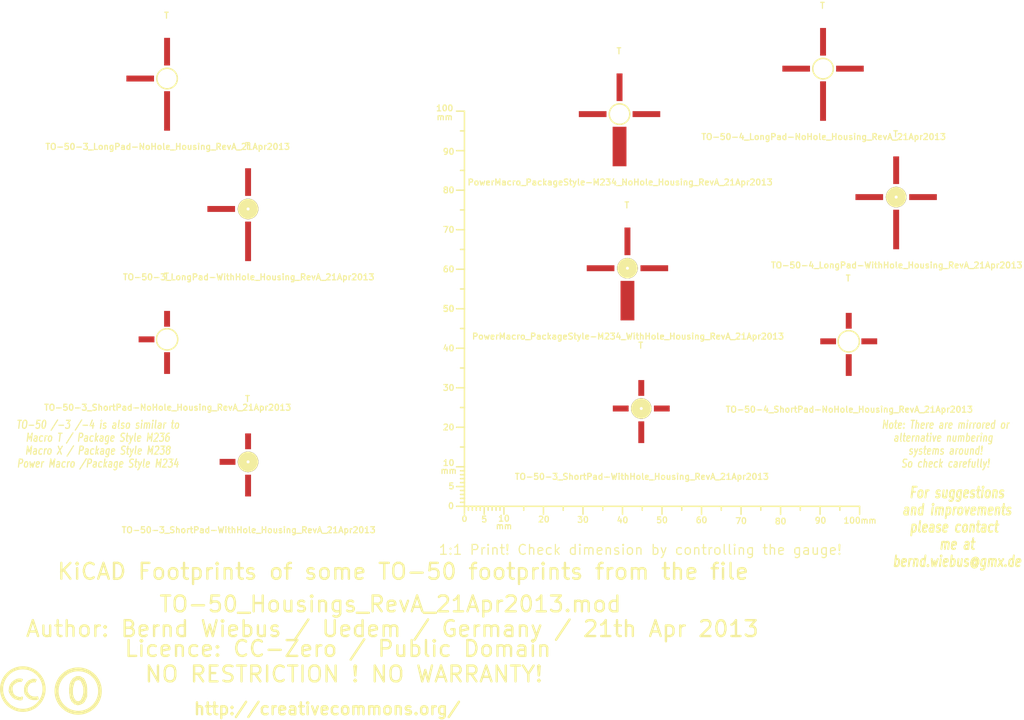
<source format=kicad_pcb>
(kicad_pcb (version 3) (host pcbnew "(2013-03-30 BZR 4007)-stable")

  (general
    (links 0)
    (no_connects 0)
    (area -16.90696 40.805099 274.02378 197.1694)
    (thickness 1.6002)
    (drawings 9)
    (tracks 0)
    (zones 0)
    (modules 13)
    (nets 1)
  )

  (page A4)
  (layers
    (15 Vorderseite signal)
    (0 Rückseite signal)
    (16 B.Adhes user)
    (17 F.Adhes user)
    (18 B.Paste user)
    (19 F.Paste user)
    (20 B.SilkS user)
    (21 F.SilkS user)
    (22 B.Mask user)
    (23 F.Mask user)
    (24 Dwgs.User user)
    (25 Cmts.User user)
    (26 Eco1.User user)
    (27 Eco2.User user)
    (28 Edge.Cuts user)
  )

  (setup
    (last_trace_width 0.2032)
    (trace_clearance 0.254)
    (zone_clearance 0.508)
    (zone_45_only no)
    (trace_min 0.2032)
    (segment_width 0.381)
    (edge_width 0.381)
    (via_size 0.889)
    (via_drill 0.635)
    (via_min_size 0.889)
    (via_min_drill 0.508)
    (uvia_size 0.508)
    (uvia_drill 0.127)
    (uvias_allowed no)
    (uvia_min_size 0.508)
    (uvia_min_drill 0.127)
    (pcb_text_width 0.3048)
    (pcb_text_size 1.524 2.032)
    (mod_edge_width 0.381)
    (mod_text_size 1.524 1.524)
    (mod_text_width 0.3048)
    (pad_size 3.5 10)
    (pad_drill 0)
    (pad_to_mask_clearance 0.254)
    (aux_axis_origin 0 0)
    (visible_elements 7FFFFFFF)
    (pcbplotparams
      (layerselection 3178497)
      (usegerberextensions true)
      (excludeedgelayer true)
      (linewidth 60)
      (plotframeref false)
      (viasonmask false)
      (mode 1)
      (useauxorigin false)
      (hpglpennumber 1)
      (hpglpenspeed 20)
      (hpglpendiameter 15)
      (hpglpenoverlay 0)
      (psnegative false)
      (psa4output false)
      (plotreference true)
      (plotvalue true)
      (plotothertext true)
      (plotinvisibletext false)
      (padsonsilk false)
      (subtractmaskfromsilk false)
      (outputformat 1)
      (mirror false)
      (drillshape 1)
      (scaleselection 1)
      (outputdirectory ""))
  )

  (net 0 "")

  (net_class Default "Dies ist die voreingestellte Netzklasse."
    (clearance 0.254)
    (trace_width 0.2032)
    (via_dia 0.889)
    (via_drill 0.635)
    (uvia_dia 0.508)
    (uvia_drill 0.127)
    (add_net "")
  )

  (module Gauge_100mm_Type2_SilkScreenTop_RevA_Date22Jun2010 (layer Vorderseite) (tedit 4D963937) (tstamp 4D88F07A)
    (at 132.75056 141.2494)
    (descr "Gauge, Massstab, 100mm, SilkScreenTop, Type 2,")
    (tags "Gauge, Massstab, 100mm, SilkScreenTop, Type 2,")
    (path Gauge_100mm_Type2_SilkScreenTop_RevA_Date22Jun2010)
    (fp_text reference MSC (at 4.0005 8.99922) (layer F.SilkS) hide
      (effects (font (size 1.524 1.524) (thickness 0.3048)))
    )
    (fp_text value Gauge_100mm_Type2_SilkScreenTop_RevA_Date22Jun2010 (at 45.9994 8.99922) (layer F.SilkS) hide
      (effects (font (size 1.524 1.524) (thickness 0.3048)))
    )
    (fp_text user mm (at 9.99998 5.00126) (layer F.SilkS)
      (effects (font (size 1.524 1.524) (thickness 0.3048)))
    )
    (fp_text user mm (at -4.0005 -8.99922) (layer F.SilkS)
      (effects (font (size 1.524 1.524) (thickness 0.3048)))
    )
    (fp_text user mm (at -5.00126 -98.5012) (layer F.SilkS)
      (effects (font (size 1.524 1.524) (thickness 0.3048)))
    )
    (fp_text user 10 (at 10.00506 3.0988) (layer F.SilkS)
      (effects (font (size 1.50114 1.50114) (thickness 0.29972)))
    )
    (fp_text user 0 (at 0.00508 3.19786) (layer F.SilkS)
      (effects (font (size 1.39954 1.50114) (thickness 0.29972)))
    )
    (fp_text user 5 (at 5.0038 3.29946) (layer F.SilkS)
      (effects (font (size 1.50114 1.50114) (thickness 0.29972)))
    )
    (fp_text user 20 (at 20.1041 3.29946) (layer F.SilkS)
      (effects (font (size 1.50114 1.50114) (thickness 0.29972)))
    )
    (fp_text user 30 (at 30.00502 3.39852) (layer F.SilkS)
      (effects (font (size 1.50114 1.50114) (thickness 0.29972)))
    )
    (fp_text user 40 (at 40.005 3.50012) (layer F.SilkS)
      (effects (font (size 1.50114 1.50114) (thickness 0.29972)))
    )
    (fp_text user 50 (at 50.00498 3.50012) (layer F.SilkS)
      (effects (font (size 1.50114 1.50114) (thickness 0.29972)))
    )
    (fp_text user 60 (at 60.00496 3.50012) (layer F.SilkS)
      (effects (font (size 1.50114 1.50114) (thickness 0.29972)))
    )
    (fp_text user 70 (at 70.00494 3.70078) (layer F.SilkS)
      (effects (font (size 1.50114 1.50114) (thickness 0.29972)))
    )
    (fp_text user 80 (at 80.00492 3.79984) (layer F.SilkS)
      (effects (font (size 1.50114 1.50114) (thickness 0.29972)))
    )
    (fp_text user 90 (at 90.1065 3.60172) (layer F.SilkS)
      (effects (font (size 1.50114 1.50114) (thickness 0.29972)))
    )
    (fp_text user 100mm (at 100.10648 3.60172) (layer F.SilkS)
      (effects (font (size 1.50114 1.50114) (thickness 0.29972)))
    )
    (fp_line (start 0 -8.99922) (end -1.00076 -8.99922) (layer F.SilkS) (width 0.381))
    (fp_line (start 0 -8.001) (end -1.00076 -8.001) (layer F.SilkS) (width 0.381))
    (fp_line (start 0 -7.00024) (end -1.00076 -7.00024) (layer F.SilkS) (width 0.381))
    (fp_line (start 0 -5.99948) (end -1.00076 -5.99948) (layer F.SilkS) (width 0.381))
    (fp_line (start 0 -4.0005) (end -1.00076 -4.0005) (layer F.SilkS) (width 0.381))
    (fp_line (start 0 -2.99974) (end -1.00076 -2.99974) (layer F.SilkS) (width 0.381))
    (fp_line (start 0 -1.99898) (end -1.00076 -1.99898) (layer F.SilkS) (width 0.381))
    (fp_line (start 0 -1.00076) (end -1.00076 -1.00076) (layer F.SilkS) (width 0.381))
    (fp_line (start 0 0) (end -1.99898 0) (layer F.SilkS) (width 0.381))
    (fp_line (start 0 -5.00126) (end -1.99898 -5.00126) (layer F.SilkS) (width 0.381))
    (fp_line (start 0 -9.99998) (end -1.99898 -9.99998) (layer F.SilkS) (width 0.381))
    (fp_line (start 0 -15.00124) (end -1.00076 -15.00124) (layer F.SilkS) (width 0.381))
    (fp_line (start 0 -19.99996) (end -1.99898 -19.99996) (layer F.SilkS) (width 0.381))
    (fp_line (start 0 -25.00122) (end -1.00076 -25.00122) (layer F.SilkS) (width 0.381))
    (fp_line (start 0 -29.99994) (end -1.99898 -29.99994) (layer F.SilkS) (width 0.381))
    (fp_line (start 0 -35.0012) (end -1.00076 -35.0012) (layer F.SilkS) (width 0.381))
    (fp_line (start 0 -39.99992) (end -1.99898 -39.99992) (layer F.SilkS) (width 0.381))
    (fp_line (start 0 -45.00118) (end -1.00076 -45.00118) (layer F.SilkS) (width 0.381))
    (fp_line (start 0 -49.9999) (end -1.99898 -49.9999) (layer F.SilkS) (width 0.381))
    (fp_line (start 0 -55.00116) (end -1.00076 -55.00116) (layer F.SilkS) (width 0.381))
    (fp_line (start 0 -59.99988) (end -1.99898 -59.99988) (layer F.SilkS) (width 0.381))
    (fp_line (start 0 -65.00114) (end -1.00076 -65.00114) (layer F.SilkS) (width 0.381))
    (fp_line (start 0 -69.99986) (end -1.99898 -69.99986) (layer F.SilkS) (width 0.381))
    (fp_line (start 0 -75.00112) (end -1.00076 -75.00112) (layer F.SilkS) (width 0.381))
    (fp_line (start 0 -79.99984) (end -1.99898 -79.99984) (layer F.SilkS) (width 0.381))
    (fp_line (start 0 -85.0011) (end -1.00076 -85.0011) (layer F.SilkS) (width 0.381))
    (fp_line (start 0 -89.99982) (end -1.99898 -89.99982) (layer F.SilkS) (width 0.381))
    (fp_line (start 0 -95.00108) (end -1.00076 -95.00108) (layer F.SilkS) (width 0.381))
    (fp_line (start 0 0) (end 0 -99.9998) (layer F.SilkS) (width 0.381))
    (fp_line (start 0 -99.9998) (end -1.99898 -99.9998) (layer F.SilkS) (width 0.381))
    (fp_text user 100 (at -4.99872 -100.7491) (layer F.SilkS)
      (effects (font (size 1.50114 1.50114) (thickness 0.29972)))
    )
    (fp_text user 90 (at -4.0005 -89.7509) (layer F.SilkS)
      (effects (font (size 1.50114 1.50114) (thickness 0.29972)))
    )
    (fp_text user 80 (at -4.0005 -79.99984) (layer F.SilkS)
      (effects (font (size 1.50114 1.50114) (thickness 0.29972)))
    )
    (fp_text user 70 (at -4.0005 -69.99986) (layer F.SilkS)
      (effects (font (size 1.50114 1.50114) (thickness 0.29972)))
    )
    (fp_text user 60 (at -4.0005 -59.99988) (layer F.SilkS)
      (effects (font (size 1.50114 1.50114) (thickness 0.29972)))
    )
    (fp_text user 50 (at -4.0005 -49.9999) (layer F.SilkS)
      (effects (font (size 1.50114 1.50114) (thickness 0.34036)))
    )
    (fp_text user 40 (at -4.0005 -39.99992) (layer F.SilkS)
      (effects (font (size 1.50114 1.50114) (thickness 0.29972)))
    )
    (fp_text user 30 (at -4.0005 -29.99994) (layer F.SilkS)
      (effects (font (size 1.50114 1.50114) (thickness 0.29972)))
    )
    (fp_text user 20 (at -4.0005 -19.99996) (layer F.SilkS)
      (effects (font (size 1.50114 1.50114) (thickness 0.29972)))
    )
    (fp_line (start 95.00108 0) (end 95.00108 1.00076) (layer F.SilkS) (width 0.381))
    (fp_line (start 89.99982 0) (end 89.99982 1.99898) (layer F.SilkS) (width 0.381))
    (fp_line (start 85.0011 0) (end 85.0011 1.00076) (layer F.SilkS) (width 0.381))
    (fp_line (start 79.99984 0) (end 79.99984 1.99898) (layer F.SilkS) (width 0.381))
    (fp_line (start 75.00112 0) (end 75.00112 1.00076) (layer F.SilkS) (width 0.381))
    (fp_line (start 69.99986 0) (end 69.99986 1.99898) (layer F.SilkS) (width 0.381))
    (fp_line (start 65.00114 0) (end 65.00114 1.00076) (layer F.SilkS) (width 0.381))
    (fp_line (start 59.99988 0) (end 59.99988 1.99898) (layer F.SilkS) (width 0.381))
    (fp_line (start 55.00116 0) (end 55.00116 1.00076) (layer F.SilkS) (width 0.381))
    (fp_line (start 49.9999 0) (end 49.9999 1.99898) (layer F.SilkS) (width 0.381))
    (fp_line (start 45.00118 0) (end 45.00118 1.00076) (layer F.SilkS) (width 0.381))
    (fp_line (start 39.99992 0) (end 39.99992 1.99898) (layer F.SilkS) (width 0.381))
    (fp_line (start 35.0012 0) (end 35.0012 1.00076) (layer F.SilkS) (width 0.381))
    (fp_line (start 29.99994 0) (end 29.99994 1.99898) (layer F.SilkS) (width 0.381))
    (fp_line (start 25.00122 0) (end 25.00122 1.00076) (layer F.SilkS) (width 0.381))
    (fp_line (start 19.99996 0) (end 19.99996 1.99898) (layer F.SilkS) (width 0.381))
    (fp_line (start 15.00124 0) (end 15.00124 1.00076) (layer F.SilkS) (width 0.381))
    (fp_line (start 9.99998 0) (end 99.9998 0) (layer F.SilkS) (width 0.381))
    (fp_line (start 99.9998 0) (end 99.9998 1.99898) (layer F.SilkS) (width 0.381))
    (fp_text user 5 (at -3.302 -5.10286) (layer F.SilkS)
      (effects (font (size 1.50114 1.50114) (thickness 0.29972)))
    )
    (fp_text user 0 (at -3.4036 -0.10414) (layer F.SilkS)
      (effects (font (size 1.50114 1.50114) (thickness 0.29972)))
    )
    (fp_text user 10 (at -4.0005 -11.00074) (layer F.SilkS)
      (effects (font (size 1.50114 1.50114) (thickness 0.29972)))
    )
    (fp_line (start 8.99922 0) (end 8.99922 1.00076) (layer F.SilkS) (width 0.381))
    (fp_line (start 8.001 0) (end 8.001 1.00076) (layer F.SilkS) (width 0.381))
    (fp_line (start 7.00024 0) (end 7.00024 1.00076) (layer F.SilkS) (width 0.381))
    (fp_line (start 5.99948 0) (end 5.99948 1.00076) (layer F.SilkS) (width 0.381))
    (fp_line (start 4.0005 0) (end 4.0005 1.00076) (layer F.SilkS) (width 0.381))
    (fp_line (start 2.99974 0) (end 2.99974 1.00076) (layer F.SilkS) (width 0.381))
    (fp_line (start 1.99898 0) (end 1.99898 1.00076) (layer F.SilkS) (width 0.381))
    (fp_line (start 1.00076 0) (end 1.00076 1.00076) (layer F.SilkS) (width 0.381))
    (fp_line (start 5.00126 0) (end 5.00126 1.99898) (layer F.SilkS) (width 0.381))
    (fp_line (start 0 0) (end 0 1.99898) (layer F.SilkS) (width 0.381))
    (fp_line (start 0 0) (end 9.99998 0) (layer F.SilkS) (width 0.381))
    (fp_line (start 9.99998 0) (end 9.99998 1.99898) (layer F.SilkS) (width 0.381))
  )

  (module Symbol_CC-PublicDomain_SilkScreenTop_Big (layer Vorderseite) (tedit 515D641F) (tstamp 515F0B64)
    (at 35 188)
    (descr "Symbol, CC-PublicDomain, SilkScreen Top, Big,")
    (tags "Symbol, CC-PublicDomain, SilkScreen Top, Big,")
    (path Symbol_CC-Noncommercial_CopperTop_Big)
    (fp_text reference Sym (at 0.59944 -7.29996) (layer F.SilkS) hide
      (effects (font (size 1.524 1.524) (thickness 0.3048)))
    )
    (fp_text value Symbol_CC-PublicDomain_SilkScreenTop_Big (at 0.59944 8.001) (layer F.SilkS) hide
      (effects (font (size 1.524 1.524) (thickness 0.3048)))
    )
    (fp_circle (center 0 0) (end 5.8 -0.05) (layer F.SilkS) (width 0.381))
    (fp_circle (center 0 0) (end 5.5 0) (layer F.SilkS) (width 0.381))
    (fp_circle (center 0.05 0) (end 5.25 0) (layer F.SilkS) (width 0.381))
    (fp_line (start 1.1 -2.5) (end 1.4 -1.9) (layer F.SilkS) (width 0.381))
    (fp_line (start -1.8 1.2) (end -1.6 1.9) (layer F.SilkS) (width 0.381))
    (fp_line (start -1.6 1.9) (end -1.2 2.5) (layer F.SilkS) (width 0.381))
    (fp_line (start 0 -3) (end 0.75 -2.75) (layer F.SilkS) (width 0.381))
    (fp_line (start 0.75 -2.75) (end 1 -2.25) (layer F.SilkS) (width 0.381))
    (fp_line (start 1 -2.25) (end 1.5 -1) (layer F.SilkS) (width 0.381))
    (fp_line (start 1.5 -1) (end 1.5 -0.5) (layer F.SilkS) (width 0.381))
    (fp_line (start 1.5 -0.5) (end 1.5 0.5) (layer F.SilkS) (width 0.381))
    (fp_line (start 1.5 0.5) (end 1.25 1.5) (layer F.SilkS) (width 0.381))
    (fp_line (start 1.25 1.5) (end 0.75 2.5) (layer F.SilkS) (width 0.381))
    (fp_line (start 0.75 2.5) (end 0.25 2.75) (layer F.SilkS) (width 0.381))
    (fp_line (start 0.25 2.75) (end -0.25 2.75) (layer F.SilkS) (width 0.381))
    (fp_line (start -0.25 2.75) (end -0.75 2.5) (layer F.SilkS) (width 0.381))
    (fp_line (start -0.75 2.5) (end -1.25 1.75) (layer F.SilkS) (width 0.381))
    (fp_line (start -1.25 1.75) (end -1.5 0.75) (layer F.SilkS) (width 0.381))
    (fp_line (start -1.5 0.75) (end -1.5 -0.75) (layer F.SilkS) (width 0.381))
    (fp_line (start -1.5 -0.75) (end -1.25 -1.75) (layer F.SilkS) (width 0.381))
    (fp_line (start -1.25 -1.75) (end -1 -2.5) (layer F.SilkS) (width 0.381))
    (fp_line (start -1 -2.5) (end -0.3 -2.9) (layer F.SilkS) (width 0.381))
    (fp_line (start -0.3 -2.9) (end 0.2 -3) (layer F.SilkS) (width 0.381))
    (fp_line (start 0.2 -3) (end 0.8 -3) (layer F.SilkS) (width 0.381))
    (fp_line (start 0.8 -3) (end 1.4 -2.3) (layer F.SilkS) (width 0.381))
    (fp_line (start 1.4 -2.3) (end 1.6 -1.4) (layer F.SilkS) (width 0.381))
    (fp_line (start 1.6 -1.4) (end 1.7 -0.3) (layer F.SilkS) (width 0.381))
    (fp_line (start 1.7 -0.3) (end 1.7 0.9) (layer F.SilkS) (width 0.381))
    (fp_line (start 1.7 0.9) (end 1.4 1.8) (layer F.SilkS) (width 0.381))
    (fp_line (start 1.4 1.8) (end 1 2.7) (layer F.SilkS) (width 0.381))
    (fp_line (start 1 2.7) (end 0.5 3) (layer F.SilkS) (width 0.381))
    (fp_line (start 0.5 3) (end -0.4 3) (layer F.SilkS) (width 0.381))
    (fp_line (start -0.4 3) (end -1.3 2.3) (layer F.SilkS) (width 0.381))
    (fp_line (start -1.3 2.3) (end -1.7 1) (layer F.SilkS) (width 0.381))
    (fp_line (start -1.7 1) (end -1.8 -0.7) (layer F.SilkS) (width 0.381))
    (fp_line (start -1.8 -0.7) (end -1.4 -2.2) (layer F.SilkS) (width 0.381))
    (fp_line (start -1.4 -2.2) (end -1 -2.9) (layer F.SilkS) (width 0.381))
    (fp_line (start -1 -2.9) (end -0.2 -3.3) (layer F.SilkS) (width 0.381))
    (fp_line (start -0.2 -3.3) (end 0.7 -3.2) (layer F.SilkS) (width 0.381))
    (fp_line (start 0.7 -3.2) (end 1.3 -3.1) (layer F.SilkS) (width 0.381))
    (fp_line (start 1.3 -3.1) (end 1.7 -2.4) (layer F.SilkS) (width 0.381))
    (fp_line (start 1.7 -2.4) (end 2 -1.6) (layer F.SilkS) (width 0.381))
    (fp_line (start 2 -1.6) (end 2.1 -0.6) (layer F.SilkS) (width 0.381))
    (fp_line (start 2.1 -0.6) (end 2.1 0.3) (layer F.SilkS) (width 0.381))
    (fp_line (start 2.1 0.3) (end 2.1 1.3) (layer F.SilkS) (width 0.381))
    (fp_line (start 2.1 1.3) (end 1.9 1.8) (layer F.SilkS) (width 0.381))
    (fp_line (start 1.9 1.8) (end 1.5 2.6) (layer F.SilkS) (width 0.381))
    (fp_line (start 1.5 2.6) (end 1.1 3) (layer F.SilkS) (width 0.381))
    (fp_line (start 1.1 3) (end 0.4 3.3) (layer F.SilkS) (width 0.381))
    (fp_line (start 0.4 3.3) (end -0.1 3.4) (layer F.SilkS) (width 0.381))
    (fp_line (start -0.1 3.4) (end -0.8 3.2) (layer F.SilkS) (width 0.381))
    (fp_line (start -0.8 3.2) (end -1.5 2.6) (layer F.SilkS) (width 0.381))
    (fp_line (start -1.5 2.6) (end -1.9 1.7) (layer F.SilkS) (width 0.381))
    (fp_line (start -1.9 1.7) (end -2.1 0.4) (layer F.SilkS) (width 0.381))
    (fp_line (start -2.1 0.4) (end -2.1 -0.6) (layer F.SilkS) (width 0.381))
    (fp_line (start -2.1 -0.6) (end -2 -1.6) (layer F.SilkS) (width 0.381))
    (fp_line (start -2 -1.6) (end -1.7 -2.4) (layer F.SilkS) (width 0.381))
    (fp_line (start -1.7 -2.4) (end -1.2 -3.1) (layer F.SilkS) (width 0.381))
    (fp_line (start -1.2 -3.1) (end -0.4 -3.6) (layer F.SilkS) (width 0.381))
    (fp_line (start -0.4 -3.6) (end 0.4 -3.6) (layer F.SilkS) (width 0.381))
    (fp_line (start 0.4 -3.6) (end 1.1 -3.2) (layer F.SilkS) (width 0.381))
    (fp_line (start 1.1 -3.2) (end 1.1 -2.9) (layer F.SilkS) (width 0.381))
    (fp_line (start 1.1 -2.9) (end 1.8 -1.5) (layer F.SilkS) (width 0.381))
    (fp_line (start 1.8 -1.5) (end 1.8 -0.4) (layer F.SilkS) (width 0.381))
    (fp_line (start 1.8 -0.4) (end 1.8 1.1) (layer F.SilkS) (width 0.381))
    (fp_line (start 1.8 1.1) (end 1.2 2.6) (layer F.SilkS) (width 0.381))
    (fp_line (start 1.2 2.6) (end 0.2 3.2) (layer F.SilkS) (width 0.381))
    (fp_line (start 0.2 3.2) (end -0.5 3.2) (layer F.SilkS) (width 0.381))
    (fp_line (start -0.5 3.2) (end -1.1 2.7) (layer F.SilkS) (width 0.381))
    (fp_line (start -1.1 2.7) (end -1.9 0.6) (layer F.SilkS) (width 0.381))
    (fp_line (start -1.9 0.6) (end -1.7 -1.9) (layer F.SilkS) (width 0.381))
  )

  (module Symbol_CreativeCommons_SilkScreenTop_Type2_Big (layer Vorderseite) (tedit 515D640C) (tstamp 515F46B2)
    (at 21 187.5)
    (descr "Symbol, Creative Commons, SilkScreen Top, Type 2, Big,")
    (tags "Symbol, Creative Commons, SilkScreen Top, Type 2, Big,")
    (path Symbol_CreativeCommons_CopperTop_Type2_Big)
    (fp_text reference Sym (at 0.59944 -7.29996) (layer F.SilkS) hide
      (effects (font (size 1.524 1.524) (thickness 0.3048)))
    )
    (fp_text value Symbol_CreativeCommons_Typ2_SilkScreenTop_Big (at 0.59944 8.001) (layer F.SilkS) hide
      (effects (font (size 1.524 1.524) (thickness 0.3048)))
    )
    (fp_line (start -0.70104 2.70002) (end -0.29972 2.60096) (layer F.SilkS) (width 0.381))
    (fp_line (start -0.29972 2.60096) (end -0.20066 2.10058) (layer F.SilkS) (width 0.381))
    (fp_line (start -2.49936 -1.69926) (end -2.70002 -1.6002) (layer F.SilkS) (width 0.381))
    (fp_line (start -2.70002 -1.6002) (end -3.0988 -1.00076) (layer F.SilkS) (width 0.381))
    (fp_line (start -3.0988 -1.00076) (end -3.29946 -0.50038) (layer F.SilkS) (width 0.381))
    (fp_line (start -3.29946 -0.50038) (end -3.40106 0.39878) (layer F.SilkS) (width 0.381))
    (fp_line (start -3.40106 0.39878) (end -3.29946 0.89916) (layer F.SilkS) (width 0.381))
    (fp_line (start -0.19812 2.4003) (end -0.29718 2.59842) (layer F.SilkS) (width 0.381))
    (fp_line (start 3.70078 2.10058) (end 3.79984 2.4003) (layer F.SilkS) (width 0.381))
    (fp_line (start 2.99974 -2.4003) (end 3.29946 -2.30124) (layer F.SilkS) (width 0.381))
    (fp_line (start 3.29946 -2.30124) (end 3.0988 -1.99898) (layer F.SilkS) (width 0.381))
    (fp_line (start 0 -5.40004) (end -0.50038 -5.40004) (layer F.SilkS) (width 0.381))
    (fp_line (start -0.50038 -5.40004) (end -1.30048 -5.10032) (layer F.SilkS) (width 0.381))
    (fp_line (start -1.30048 -5.10032) (end -1.99898 -4.89966) (layer F.SilkS) (width 0.381))
    (fp_line (start -1.99898 -4.89966) (end -2.70002 -4.699) (layer F.SilkS) (width 0.381))
    (fp_line (start -2.70002 -4.699) (end -3.29946 -4.20116) (layer F.SilkS) (width 0.381))
    (fp_line (start -3.29946 -4.20116) (end -4.0005 -3.59918) (layer F.SilkS) (width 0.381))
    (fp_line (start -4.0005 -3.59918) (end -4.50088 -2.99974) (layer F.SilkS) (width 0.381))
    (fp_line (start -4.50088 -2.99974) (end -5.00126 -2.10058) (layer F.SilkS) (width 0.381))
    (fp_line (start -5.00126 -2.10058) (end -5.30098 -1.09982) (layer F.SilkS) (width 0.381))
    (fp_line (start -5.30098 -1.09982) (end -5.40004 0.09906) (layer F.SilkS) (width 0.381))
    (fp_line (start -5.40004 0.09906) (end -5.19938 1.30048) (layer F.SilkS) (width 0.381))
    (fp_line (start -5.19938 1.30048) (end -4.8006 2.4003) (layer F.SilkS) (width 0.381))
    (fp_line (start -4.8006 2.4003) (end -3.79984 3.8989) (layer F.SilkS) (width 0.381))
    (fp_line (start -3.79984 3.8989) (end -2.60096 4.8006) (layer F.SilkS) (width 0.381))
    (fp_line (start -2.60096 4.8006) (end -1.30048 5.30098) (layer F.SilkS) (width 0.381))
    (fp_line (start -1.30048 5.30098) (end 0.09906 5.30098) (layer F.SilkS) (width 0.381))
    (fp_line (start 0.09906 5.30098) (end 1.6002 5.19938) (layer F.SilkS) (width 0.381))
    (fp_line (start 1.6002 5.19938) (end 2.60096 4.699) (layer F.SilkS) (width 0.381))
    (fp_line (start 2.60096 4.699) (end 4.20116 3.40106) (layer F.SilkS) (width 0.381))
    (fp_line (start 4.20116 3.40106) (end 5.00126 1.80086) (layer F.SilkS) (width 0.381))
    (fp_line (start 5.00126 1.80086) (end 5.40004 0.29972) (layer F.SilkS) (width 0.381))
    (fp_line (start 5.40004 0.29972) (end 5.19938 -1.39954) (layer F.SilkS) (width 0.381))
    (fp_line (start 5.19938 -1.39954) (end 4.699 -2.49936) (layer F.SilkS) (width 0.381))
    (fp_line (start 4.699 -2.49936) (end 3.40106 -4.09956) (layer F.SilkS) (width 0.381))
    (fp_line (start 3.40106 -4.09956) (end 2.4003 -4.8006) (layer F.SilkS) (width 0.381))
    (fp_line (start 2.4003 -4.8006) (end 1.39954 -5.19938) (layer F.SilkS) (width 0.381))
    (fp_line (start 1.39954 -5.19938) (end 0 -5.30098) (layer F.SilkS) (width 0.381))
    (fp_line (start 0.60198 -0.70104) (end 0.50292 -0.20066) (layer F.SilkS) (width 0.381))
    (fp_line (start 0.50292 -0.20066) (end 0.50292 0.49784) (layer F.SilkS) (width 0.381))
    (fp_line (start 0.50292 0.49784) (end 0.60198 1.09982) (layer F.SilkS) (width 0.381))
    (fp_line (start 0.60198 1.09982) (end 1.00076 1.69926) (layer F.SilkS) (width 0.381))
    (fp_line (start 1.00076 1.69926) (end 1.50114 2.19964) (layer F.SilkS) (width 0.381))
    (fp_line (start 1.50114 2.19964) (end 2.10058 2.49936) (layer F.SilkS) (width 0.381))
    (fp_line (start 2.10058 2.49936) (end 2.60096 2.59842) (layer F.SilkS) (width 0.381))
    (fp_line (start 2.60096 2.59842) (end 3.00228 2.59842) (layer F.SilkS) (width 0.381))
    (fp_line (start 3.00228 2.59842) (end 3.40106 2.59842) (layer F.SilkS) (width 0.381))
    (fp_line (start 3.40106 2.59842) (end 3.80238 2.49936) (layer F.SilkS) (width 0.381))
    (fp_line (start 3.80238 2.49936) (end 3.70078 2.2987) (layer F.SilkS) (width 0.381))
    (fp_line (start 3.70078 2.2987) (end 2.80162 2.4003) (layer F.SilkS) (width 0.381))
    (fp_line (start 2.80162 2.4003) (end 1.80086 2.09804) (layer F.SilkS) (width 0.381))
    (fp_line (start 1.80086 2.09804) (end 1.20142 1.6002) (layer F.SilkS) (width 0.381))
    (fp_line (start 1.20142 1.6002) (end 0.80264 0.6985) (layer F.SilkS) (width 0.381))
    (fp_line (start 0.80264 0.6985) (end 0.70104 -0.29972) (layer F.SilkS) (width 0.381))
    (fp_line (start 0.70104 -0.29972) (end 1.00076 -1.00076) (layer F.SilkS) (width 0.381))
    (fp_line (start 1.00076 -1.00076) (end 1.60274 -1.7018) (layer F.SilkS) (width 0.381))
    (fp_line (start 1.60274 -1.7018) (end 2.30124 -2.10058) (layer F.SilkS) (width 0.381))
    (fp_line (start 2.30124 -2.10058) (end 3.00228 -2.10058) (layer F.SilkS) (width 0.381))
    (fp_line (start 3.00228 -2.10058) (end 3.10134 -1.89992) (layer F.SilkS) (width 0.381))
    (fp_line (start 3.10134 -1.89992) (end 2.5019 -1.89992) (layer F.SilkS) (width 0.381))
    (fp_line (start 2.5019 -1.89992) (end 1.80086 -1.6002) (layer F.SilkS) (width 0.381))
    (fp_line (start 1.80086 -1.6002) (end 1.30048 -1.00076) (layer F.SilkS) (width 0.381))
    (fp_line (start 1.30048 -1.00076) (end 1.00076 -0.40132) (layer F.SilkS) (width 0.381))
    (fp_line (start 1.00076 -0.40132) (end 1.00076 0.09906) (layer F.SilkS) (width 0.381))
    (fp_line (start 1.00076 0.09906) (end 1.00076 0.6985) (layer F.SilkS) (width 0.381))
    (fp_line (start 1.00076 0.6985) (end 1.30048 1.19888) (layer F.SilkS) (width 0.381))
    (fp_line (start 1.30048 1.19888) (end 1.7018 1.69926) (layer F.SilkS) (width 0.381))
    (fp_line (start 1.7018 1.69926) (end 2.30124 1.99898) (layer F.SilkS) (width 0.381))
    (fp_line (start 2.30124 1.99898) (end 2.90068 2.09804) (layer F.SilkS) (width 0.381))
    (fp_line (start 2.90068 2.09804) (end 3.40106 2.09804) (layer F.SilkS) (width 0.381))
    (fp_line (start 3.40106 2.09804) (end 3.70078 1.99898) (layer F.SilkS) (width 0.381))
    (fp_line (start 3.00228 -2.4003) (end 2.40284 -2.4003) (layer F.SilkS) (width 0.381))
    (fp_line (start 2.40284 -2.4003) (end 2.00152 -2.20218) (layer F.SilkS) (width 0.381))
    (fp_line (start 2.00152 -2.20218) (end 1.50114 -2.00152) (layer F.SilkS) (width 0.381))
    (fp_line (start 1.50114 -2.00152) (end 1.10236 -1.6002) (layer F.SilkS) (width 0.381))
    (fp_line (start 1.10236 -1.6002) (end 0.80264 -1.09982) (layer F.SilkS) (width 0.381))
    (fp_line (start 0.80264 -1.09982) (end 0.60198 -0.70104) (layer F.SilkS) (width 0.381))
    (fp_line (start -0.39878 -1.99898) (end -0.89916 -1.99898) (layer F.SilkS) (width 0.381))
    (fp_line (start -0.89916 -1.99898) (end -1.39954 -1.89738) (layer F.SilkS) (width 0.381))
    (fp_line (start -1.39954 -1.89738) (end -1.89992 -1.59766) (layer F.SilkS) (width 0.381))
    (fp_line (start -1.89992 -1.59766) (end -2.4003 -1.19888) (layer F.SilkS) (width 0.381))
    (fp_line (start -2.4003 -1.30048) (end -2.70002 -0.8001) (layer F.SilkS) (width 0.381))
    (fp_line (start -2.70002 -0.8001) (end -2.79908 -0.29972) (layer F.SilkS) (width 0.381))
    (fp_line (start -2.79908 -0.29972) (end -2.79908 0.20066) (layer F.SilkS) (width 0.381))
    (fp_line (start -2.79908 0.20066) (end -2.59842 1.00076) (layer F.SilkS) (width 0.381))
    (fp_line (start -2.69748 1.00076) (end -2.39776 1.39954) (layer F.SilkS) (width 0.381))
    (fp_line (start -2.29616 1.4986) (end -1.79578 1.89992) (layer F.SilkS) (width 0.381))
    (fp_line (start -1.79578 1.89992) (end -1.29794 2.09804) (layer F.SilkS) (width 0.381))
    (fp_line (start -1.29794 2.09804) (end -0.89662 2.19964) (layer F.SilkS) (width 0.381))
    (fp_line (start -0.89662 2.19964) (end -0.49784 2.19964) (layer F.SilkS) (width 0.381))
    (fp_line (start -0.49784 2.19964) (end -0.19812 2.09804) (layer F.SilkS) (width 0.381))
    (fp_line (start -0.19812 2.09804) (end -0.29718 2.4003) (layer F.SilkS) (width 0.381))
    (fp_line (start -0.29718 2.4003) (end -0.89662 2.49936) (layer F.SilkS) (width 0.381))
    (fp_line (start -0.89662 2.49936) (end -1.59766 2.2987) (layer F.SilkS) (width 0.381))
    (fp_line (start -1.59766 2.2987) (end -2.29616 1.79832) (layer F.SilkS) (width 0.381))
    (fp_line (start -2.29616 1.79832) (end -2.79654 1.29794) (layer F.SilkS) (width 0.381))
    (fp_line (start -2.79908 1.39954) (end -2.99974 0.70104) (layer F.SilkS) (width 0.381))
    (fp_line (start -2.99974 0.70104) (end -3.0988 0) (layer F.SilkS) (width 0.381))
    (fp_line (start -3.0988 0) (end -2.99974 -0.59944) (layer F.SilkS) (width 0.381))
    (fp_line (start -2.99974 -0.8001) (end -2.70002 -1.30048) (layer F.SilkS) (width 0.381))
    (fp_line (start -2.70002 -1.09982) (end -2.19964 -1.6002) (layer F.SilkS) (width 0.381))
    (fp_line (start -2.19964 -1.69926) (end -1.69926 -1.99898) (layer F.SilkS) (width 0.381))
    (fp_line (start -1.69926 -1.99898) (end -1.19888 -2.19964) (layer F.SilkS) (width 0.381))
    (fp_line (start -1.19888 -2.19964) (end -0.6985 -2.19964) (layer F.SilkS) (width 0.381))
    (fp_line (start -0.6985 -2.19964) (end -0.29972 -2.19964) (layer F.SilkS) (width 0.381))
    (fp_line (start -0.29972 -2.19964) (end -0.20066 -2.39776) (layer F.SilkS) (width 0.381))
    (fp_line (start -0.20066 -2.39776) (end -0.59944 -2.49936) (layer F.SilkS) (width 0.381))
    (fp_line (start -0.59944 -2.49936) (end -1.00076 -2.49936) (layer F.SilkS) (width 0.381))
    (fp_line (start -1.00076 -2.49936) (end -1.4986 -2.39776) (layer F.SilkS) (width 0.381))
    (fp_line (start -1.4986 -2.39776) (end -2.10058 -2.09804) (layer F.SilkS) (width 0.381))
    (fp_line (start -2.10058 -2.09804) (end -2.59842 -1.69926) (layer F.SilkS) (width 0.381))
    (fp_line (start -2.59842 -1.6002) (end -3.0988 -0.89916) (layer F.SilkS) (width 0.381))
    (fp_line (start -3.0988 -0.89916) (end -3.29946 -0.29972) (layer F.SilkS) (width 0.381))
    (fp_line (start -3.29946 -0.29972) (end -3.29946 0.40132) (layer F.SilkS) (width 0.381))
    (fp_line (start -3.29946 0.40132) (end -3.2004 1.00076) (layer F.SilkS) (width 0.381))
    (fp_line (start -3.29946 0.8001) (end -2.99974 1.39954) (layer F.SilkS) (width 0.381))
    (fp_line (start -2.89814 1.4986) (end -2.49682 1.99898) (layer F.SilkS) (width 0.381))
    (fp_line (start -2.49682 1.99898) (end -1.89738 2.4003) (layer F.SilkS) (width 0.381))
    (fp_line (start -1.89738 2.4003) (end -1.19634 2.59842) (layer F.SilkS) (width 0.381))
    (fp_line (start -1.19634 2.59842) (end -0.69596 2.70002) (layer F.SilkS) (width 0.381))
    (fp_line (start -2.9972 1.19888) (end -2.59842 1.19888) (layer F.SilkS) (width 0.381))
    (fp_circle (center 0 0) (end 5.08 1.016) (layer F.SilkS) (width 0.381))
    (fp_circle (center 0 0) (end 5.588 0) (layer F.SilkS) (width 0.381))
  )

  (module PowerMacro_PackageStyle-M234_NoHole_Housing_RevA_21Apr2013 (layer Vorderseite) (tedit 517412FD) (tstamp 51741594)
    (at 172 42)
    (tags "TO-50-4, Power Macro, Package Style M234")
    (attr smd)
    (fp_text reference T (at -0.15 -15.95) (layer F.SilkS)
      (effects (font (size 1.524 1.524) (thickness 0.3048)))
    )
    (fp_text value PowerMacro_PackageStyle-M234_NoHole_Housing_RevA_21Apr2013 (at 0.15 17.25) (layer F.SilkS)
      (effects (font (size 1.524 1.524) (thickness 0.3048)))
    )
    (fp_circle (center 0 0) (end 2.6 0) (layer F.SilkS) (width 0.381))
    (pad 1 smd rect (at 0 -6.8) (size 1.5 7)
      (layers Vorderseite F.Paste F.Mask)
    )
    (pad 2 smd rect (at -6.8 0) (size 7 1.5)
      (layers Vorderseite F.Paste F.Mask)
    )
    (pad 3 smd rect (at 0 8.2) (size 3.5 10)
      (layers Vorderseite F.Paste F.Mask)
    )
    (pad 4 smd rect (at 6.8 0) (size 7 1.5)
      (layers Vorderseite F.Paste F.Mask)
    )
  )

  (module PowerMacro_PackageStyle-M234_WithHole_Housing_RevA_21Apr2013 (layer Vorderseite) (tedit 51741314) (tstamp 5174160B)
    (at 174 81)
    (tags "TO-50-4, Power Macro, Package Style M234")
    (attr smd)
    (fp_text reference T (at -0.15 -15.95) (layer F.SilkS)
      (effects (font (size 1.524 1.524) (thickness 0.3048)))
    )
    (fp_text value PowerMacro_PackageStyle-M234_WithHole_Housing_RevA_21Apr2013 (at 0.15 17.25) (layer F.SilkS)
      (effects (font (size 1.524 1.524) (thickness 0.3048)))
    )
    (pad 1 smd rect (at 0 -6.8) (size 1.5 7)
      (layers Vorderseite F.Paste F.Mask)
    )
    (pad 2 smd rect (at -6.8 0) (size 7 1.5)
      (layers Vorderseite F.Paste F.Mask)
    )
    (pad 3 smd rect (at 0 8.2) (size 3.5 10)
      (layers Vorderseite F.Paste F.Mask)
    )
    (pad "" np_thru_hole circle (at 0 0) (size 5.2 5.2)
      (layers *.Cu *.Mask F.SilkS)
    )
    (pad 4 smd rect (at 6.8 0) (size 7 1.5)
      (layers Vorderseite F.Paste F.Mask)
    )
  )

  (module TO-50-3_LongPad-NoHole_Housing_RevA_21Apr2013 (layer Vorderseite) (tedit 517412D7) (tstamp 51741676)
    (at 57.5 33)
    (tags "TO-50-3, Macro T, Package Style M236")
    (attr smd)
    (fp_text reference T (at -0.15 -15.95) (layer F.SilkS)
      (effects (font (size 1.524 1.524) (thickness 0.3048)))
    )
    (fp_text value TO-50-3_LongPad-NoHole_Housing_RevA_21Apr2013 (at 0.15 17.25) (layer F.SilkS)
      (effects (font (size 1.524 1.524) (thickness 0.3048)))
    )
    (fp_circle (center 0 0) (end 2.6 0) (layer F.SilkS) (width 0.381))
    (pad 1 smd rect (at 0 -6.8) (size 1.5 7)
      (layers Vorderseite F.Paste F.Mask)
    )
    (pad 2 smd rect (at -6.8 0) (size 7 1.5)
      (layers Vorderseite F.Paste F.Mask)
    )
    (pad 3 smd rect (at 0 8.2) (size 1.5 10)
      (layers Vorderseite F.Paste F.Mask)
    )
  )

  (module TO-50-3_LongPad-WithHole_Housing_RevA_21Apr2013 (layer Vorderseite) (tedit 517412E4) (tstamp 517416E7)
    (at 78 66)
    (tags "TO-50-3, Macro T, Package Style M236")
    (attr smd)
    (fp_text reference T (at -0.15 -15.95) (layer F.SilkS)
      (effects (font (size 1.524 1.524) (thickness 0.3048)))
    )
    (fp_text value TO-50-3_LongPad-WithHole_Housing_RevA_21Apr2013 (at 0.15 17.25) (layer F.SilkS)
      (effects (font (size 1.524 1.524) (thickness 0.3048)))
    )
    (pad 1 smd rect (at 0 -6.8) (size 1.5 7)
      (layers Vorderseite F.Paste F.Mask)
    )
    (pad 2 smd rect (at -6.8 0) (size 7 1.5)
      (layers Vorderseite F.Paste F.Mask)
    )
    (pad 3 smd rect (at 0 8.2) (size 1.5 10)
      (layers Vorderseite F.Paste F.Mask)
    )
    (pad "" np_thru_hole circle (at 0 0) (size 5.2 5.2)
      (layers *.Cu *.Mask F.SilkS)
    )
  )

  (module TO-50-3_ShortPad-NoHole_Housing_RevA_21Apr2013 (layer Vorderseite) (tedit 517412EB) (tstamp 51741750)
    (at 57.5 99)
    (tags "TO-50-3, Macro T, Package Style M236")
    (attr smd)
    (fp_text reference T (at -0.15 -15.95) (layer F.SilkS)
      (effects (font (size 1.524 1.524) (thickness 0.3048)))
    )
    (fp_text value TO-50-3_ShortPad-NoHole_Housing_RevA_21Apr2013 (at 0.15 17.25) (layer F.SilkS)
      (effects (font (size 1.524 1.524) (thickness 0.3048)))
    )
    (fp_circle (center 0 0) (end 2.7 0) (layer F.SilkS) (width 0.381))
    (pad 1 smd rect (at 0 -5.2) (size 1.5 4)
      (layers Vorderseite F.Paste F.Mask)
    )
    (pad 2 smd rect (at -5.2 0) (size 4 1.5)
      (layers Vorderseite F.Paste F.Mask)
    )
    (pad 3 smd rect (at 0 6) (size 1.5 5.5)
      (layers Vorderseite F.Paste F.Mask)
    )
  )

  (module TO-50-3_ShortPad-WithHole_Housing_RevA_21Apr2013 (layer Vorderseite) (tedit 517412F2) (tstamp 517417B9)
    (at 78 130)
    (tags "TO-50-3, Macro T, Package Style M236")
    (attr smd)
    (fp_text reference T (at -0.15 -15.95) (layer F.SilkS)
      (effects (font (size 1.524 1.524) (thickness 0.3048)))
    )
    (fp_text value TO-50-3_ShortPad-WithHole_Housing_RevA_21Apr2013 (at 0.15 17.25) (layer F.SilkS)
      (effects (font (size 1.524 1.524) (thickness 0.3048)))
    )
    (pad 1 smd rect (at 0 -5.2) (size 1.5 4)
      (layers Vorderseite F.Paste F.Mask)
    )
    (pad 2 smd rect (at -5.2 0) (size 4 1.5)
      (layers Vorderseite F.Paste F.Mask)
    )
    (pad 3 smd rect (at 0 6) (size 1.5 5.5)
      (layers Vorderseite F.Paste F.Mask)
    )
    (pad "" np_thru_hole circle (at 0 0) (size 5.2 5.2)
      (layers *.Cu *.Mask F.SilkS)
    )
  )

  (module TO-50-4_LongPad-NoHole_Housing_RevA_21Apr2013 (layer Vorderseite) (tedit 51741306) (tstamp 51741824)
    (at 223.5 30.5)
    (tags "TO-50-4, Macro X, Package Style M238")
    (attr smd)
    (fp_text reference T (at -0.15 -15.95) (layer F.SilkS)
      (effects (font (size 1.524 1.524) (thickness 0.3048)))
    )
    (fp_text value TO-50-4_LongPad-NoHole_Housing_RevA_21Apr2013 (at 0.15 17.25) (layer F.SilkS)
      (effects (font (size 1.524 1.524) (thickness 0.3048)))
    )
    (fp_circle (center 0 0) (end 2.6 0) (layer F.SilkS) (width 0.381))
    (pad 1 smd rect (at 0 -6.8) (size 1.5 7)
      (layers Vorderseite F.Paste F.Mask)
    )
    (pad 2 smd rect (at -6.8 0) (size 7 1.5)
      (layers Vorderseite F.Paste F.Mask)
    )
    (pad 3 smd rect (at 0 8.2) (size 1.5 10)
      (layers Vorderseite F.Paste F.Mask)
    )
    (pad 4 smd rect (at 6.8 0) (size 7 1.5)
      (layers Vorderseite F.Paste F.Mask)
    )
  )

  (module TO-50-4_LongPad-WithHole_Housing_RevA_21Apr2013 (layer Vorderseite) (tedit 5174130C) (tstamp 51741891)
    (at 242 63)
    (tags "TO-50-4, Macro X, Package Style M238")
    (attr smd)
    (fp_text reference T (at -0.15 -15.95) (layer F.SilkS)
      (effects (font (size 1.524 1.524) (thickness 0.3048)))
    )
    (fp_text value TO-50-4_LongPad-WithHole_Housing_RevA_21Apr2013 (at 0.15 17.25) (layer F.SilkS)
      (effects (font (size 1.524 1.524) (thickness 0.3048)))
    )
    (pad 1 smd rect (at 0 -6.8) (size 1.5 7)
      (layers Vorderseite F.Paste F.Mask)
    )
    (pad 2 smd rect (at -6.8 0) (size 7 1.5)
      (layers Vorderseite F.Paste F.Mask)
    )
    (pad 3 smd rect (at 0 8.2) (size 1.5 10)
      (layers Vorderseite F.Paste F.Mask)
    )
    (pad "" np_thru_hole circle (at 0 0) (size 5.2 5.2)
      (layers *.Cu *.Mask F.SilkS)
    )
    (pad 4 smd rect (at 6.8 0) (size 7 1.5)
      (layers Vorderseite F.Paste F.Mask)
    )
  )

  (module TO-50-4_ShortPad-NoHole_Housing_RevA_21Apr2013 (layer Vorderseite) (tedit 5174131B) (tstamp 517418FE)
    (at 230 99.5)
    (tags "TO-50-4, Macro X, Package Style M238")
    (attr smd)
    (fp_text reference T (at -0.15 -15.95) (layer F.SilkS)
      (effects (font (size 1.524 1.524) (thickness 0.3048)))
    )
    (fp_text value TO-50-4_ShortPad-NoHole_Housing_RevA_21Apr2013 (at 0.15 17.25) (layer F.SilkS)
      (effects (font (size 1.524 1.524) (thickness 0.3048)))
    )
    (fp_circle (center 0 0) (end 2.7 0) (layer F.SilkS) (width 0.381))
    (pad 1 smd rect (at 0 -5.2) (size 1.5 4)
      (layers Vorderseite F.Paste F.Mask)
    )
    (pad 2 smd rect (at -5.2 0) (size 4 1.5)
      (layers Vorderseite F.Paste F.Mask)
    )
    (pad 3 smd rect (at 0 6) (size 1.5 5.5)
      (layers Vorderseite F.Paste F.Mask)
    )
    (pad 4 smd rect (at 5.2 0) (size 4 1.5)
      (layers Vorderseite F.Paste F.Mask)
    )
  )

  (module TO-50-4_ShortPad-WithHole_Housing_RevA_21Apr2013 (layer Vorderseite) (tedit 51741322) (tstamp 5174196B)
    (at 177.5 116.5)
    (tags "TO-50-4, Macro X, Package Style M238")
    (attr smd)
    (fp_text reference T (at -0.15 -15.95) (layer F.SilkS)
      (effects (font (size 1.524 1.524) (thickness 0.3048)))
    )
    (fp_text value TO-50-3_ShortPad-WithHole_Housing_RevA_21Apr2013 (at 0.15 17.25) (layer F.SilkS)
      (effects (font (size 1.524 1.524) (thickness 0.3048)))
    )
    (pad 1 smd rect (at 0 -5.2) (size 1.5 4)
      (layers Vorderseite F.Paste F.Mask)
    )
    (pad 2 smd rect (at -5.2 0) (size 4 1.5)
      (layers Vorderseite F.Paste F.Mask)
    )
    (pad 3 smd rect (at 0 6) (size 1.5 5.5)
      (layers Vorderseite F.Paste F.Mask)
    )
    (pad "" np_thru_hole circle (at 0 0) (size 5.2 5.2)
      (layers *.Cu *.Mask F.SilkS)
    )
    (pad 4 smd rect (at 5.2 0) (size 4 1.5)
      (layers Vorderseite F.Paste F.Mask)
    )
  )

  (gr_text "Note: There are mirrored or\nalternative numbering \nsystems around!\nSo check carefully!" (at 254.5 125.5) (layer F.SilkS)
    (effects (font (size 2.032 1.524) (thickness 0.3048) italic))
  )
  (gr_text "TO-50 /-3 /-4 is also similar to\nMacro T / Package Style M236\nMacro X / Package Style M238\nPower Macro /Package Style M234" (at 40 125.5) (layer F.SilkS)
    (effects (font (size 2.032 1.524) (thickness 0.3048) italic))
  )
  (gr_text http://creativecommons.org/ (at 98 192.5) (layer F.SilkS)
    (effects (font (size 3 3) (thickness 0.6)))
  )
  (gr_text "For suggestions\nand improvements\nplease contact \nme at\nbernd.wiebus@gmx.de" (at 257.41884 146.4691) (layer F.SilkS)
    (effects (font (size 2.70002 1.99898) (thickness 0.50038) italic))
  )
  (gr_text "1:1 Print! Check dimension by controlling the gauge!" (at 177.24882 152.25014) (layer F.SilkS)
    (effects (font (size 2.49936 2.49936) (thickness 0.29972)))
  )
  (gr_text "Licence: CC-Zero / Public Domain \nNO RESTRICTION ! NO WARRANTY!" (at 102.2501 180.50064) (layer F.SilkS)
    (effects (font (size 4.0005 4.0005) (thickness 0.59944)))
  )
  (gr_text "Author: Bernd Wiebus / Uedem / Germany / 21th Apr 2013" (at 114.50012 172.24958) (layer F.SilkS)
    (effects (font (size 4.0005 4.0005) (thickness 0.59944)))
  )
  (gr_text TO-50_Housings_RevA_21Apr2013.mod (at 114.00028 165.9989) (layer F.SilkS)
    (effects (font (size 4.0005 4.0005) (thickness 0.59944)))
  )
  (gr_text "KiCAD Footprints of some TO-50 footprints from the file " (at 118.75008 157.74898) (layer F.SilkS)
    (effects (font (size 4.0005 4.0005) (thickness 0.59944)))
  )

)

</source>
